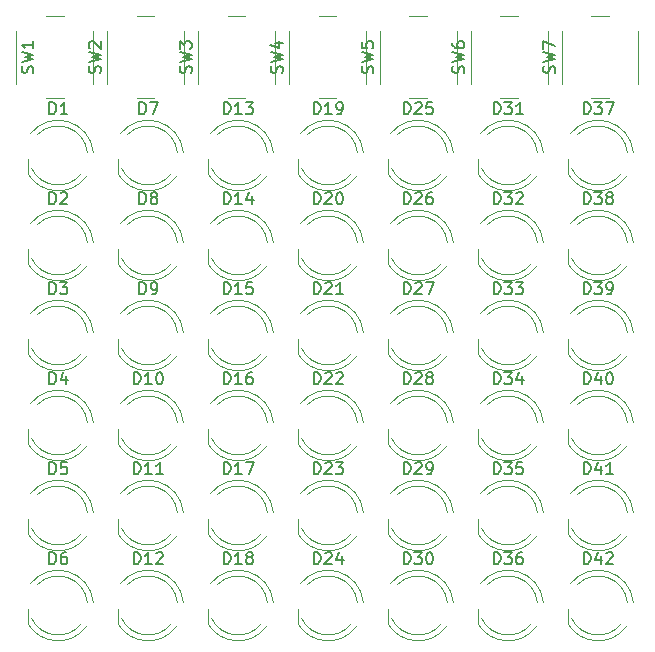
<source format=gbr>
G04 #@! TF.GenerationSoftware,KiCad,Pcbnew,(5.1.5)-3*
G04 #@! TF.CreationDate,2020-03-12T17:28:53-04:00*
G04 #@! TF.ProjectId,PCB,5043422e-6b69-4636-9164-5f7063625858,rev?*
G04 #@! TF.SameCoordinates,Original*
G04 #@! TF.FileFunction,Legend,Top*
G04 #@! TF.FilePolarity,Positive*
%FSLAX46Y46*%
G04 Gerber Fmt 4.6, Leading zero omitted, Abs format (unit mm)*
G04 Created by KiCad (PCBNEW (5.1.5)-3) date 2020-03-12 17:28:53*
%MOMM*%
%LPD*%
G04 APERTURE LIST*
%ADD10C,0.120000*%
%ADD11C,0.150000*%
G04 APERTURE END LIST*
D10*
X239673000Y-52940000D02*
X238173000Y-52940000D01*
X235673000Y-54190000D02*
X235673000Y-58690000D01*
X238173000Y-59940000D02*
X239673000Y-59940000D01*
X242173000Y-58690000D02*
X242173000Y-54190000D01*
X231977500Y-52940000D02*
X230477500Y-52940000D01*
X227977500Y-54190000D02*
X227977500Y-58690000D01*
X230477500Y-59940000D02*
X231977500Y-59940000D01*
X234477500Y-58690000D02*
X234477500Y-54190000D01*
X224282000Y-52940000D02*
X222782000Y-52940000D01*
X220282000Y-54190000D02*
X220282000Y-58690000D01*
X222782000Y-59940000D02*
X224282000Y-59940000D01*
X226782000Y-58690000D02*
X226782000Y-54190000D01*
X216586500Y-52940000D02*
X215086500Y-52940000D01*
X212586500Y-54190000D02*
X212586500Y-58690000D01*
X215086500Y-59940000D02*
X216586500Y-59940000D01*
X219086500Y-58690000D02*
X219086500Y-54190000D01*
X208891000Y-52940000D02*
X207391000Y-52940000D01*
X204891000Y-54190000D02*
X204891000Y-58690000D01*
X207391000Y-59940000D02*
X208891000Y-59940000D01*
X211391000Y-58690000D02*
X211391000Y-54190000D01*
X201195500Y-52940000D02*
X199695500Y-52940000D01*
X197195500Y-54190000D02*
X197195500Y-58690000D01*
X199695500Y-59940000D02*
X201195500Y-59940000D01*
X203695500Y-58690000D02*
X203695500Y-54190000D01*
X193500000Y-52940000D02*
X192000000Y-52940000D01*
X189500000Y-54190000D02*
X189500000Y-58690000D01*
X192000000Y-59940000D02*
X193500000Y-59940000D01*
X196000000Y-58690000D02*
X196000000Y-54190000D01*
X210760090Y-102583579D02*
G75*
G03X206527401Y-101092001I-2480090J-286421D01*
G01*
X211256836Y-102611784D02*
G75*
G03X205895000Y-101070000I-2976836J-258216D01*
G01*
X210671334Y-104664887D02*
G75*
G02X205720000Y-104414830I-2391334J1794887D01*
G01*
X210239086Y-104423056D02*
G75*
G02X206025316Y-103950000I-1959086J1553056D01*
G01*
X205720000Y-103169188D02*
X205720000Y-104415000D01*
X241240090Y-102583579D02*
G75*
G03X237007401Y-101092001I-2480090J-286421D01*
G01*
X241736836Y-102611784D02*
G75*
G03X236375000Y-101070000I-2976836J-258216D01*
G01*
X241151334Y-104664887D02*
G75*
G02X236200000Y-104414830I-2391334J1794887D01*
G01*
X240719086Y-104423056D02*
G75*
G02X236505316Y-103950000I-1959086J1553056D01*
G01*
X236200000Y-103169188D02*
X236200000Y-104415000D01*
X233620090Y-102583579D02*
G75*
G03X229387401Y-101092001I-2480090J-286421D01*
G01*
X234116836Y-102611784D02*
G75*
G03X228755000Y-101070000I-2976836J-258216D01*
G01*
X233531334Y-104664887D02*
G75*
G02X228580000Y-104414830I-2391334J1794887D01*
G01*
X233099086Y-104423056D02*
G75*
G02X228885316Y-103950000I-1959086J1553056D01*
G01*
X228580000Y-103169188D02*
X228580000Y-104415000D01*
X226000090Y-102583579D02*
G75*
G03X221767401Y-101092001I-2480090J-286421D01*
G01*
X226496836Y-102611784D02*
G75*
G03X221135000Y-101070000I-2976836J-258216D01*
G01*
X225911334Y-104664887D02*
G75*
G02X220960000Y-104414830I-2391334J1794887D01*
G01*
X225479086Y-104423056D02*
G75*
G02X221265316Y-103950000I-1959086J1553056D01*
G01*
X220960000Y-103169188D02*
X220960000Y-104415000D01*
X218380090Y-102583579D02*
G75*
G03X214147401Y-101092001I-2480090J-286421D01*
G01*
X218876836Y-102611784D02*
G75*
G03X213515000Y-101070000I-2976836J-258216D01*
G01*
X218291334Y-104664887D02*
G75*
G02X213340000Y-104414830I-2391334J1794887D01*
G01*
X217859086Y-104423056D02*
G75*
G02X213645316Y-103950000I-1959086J1553056D01*
G01*
X213340000Y-103169188D02*
X213340000Y-104415000D01*
X203140090Y-102583579D02*
G75*
G03X198907401Y-101092001I-2480090J-286421D01*
G01*
X203636836Y-102611784D02*
G75*
G03X198275000Y-101070000I-2976836J-258216D01*
G01*
X203051334Y-104664887D02*
G75*
G02X198100000Y-104414830I-2391334J1794887D01*
G01*
X202619086Y-104423056D02*
G75*
G02X198405316Y-103950000I-1959086J1553056D01*
G01*
X198100000Y-103169188D02*
X198100000Y-104415000D01*
X195520090Y-102583579D02*
G75*
G03X191287401Y-101092001I-2480090J-286421D01*
G01*
X196016836Y-102611784D02*
G75*
G03X190655000Y-101070000I-2976836J-258216D01*
G01*
X195431334Y-104664887D02*
G75*
G02X190480000Y-104414830I-2391334J1794887D01*
G01*
X194999086Y-104423056D02*
G75*
G02X190785316Y-103950000I-1959086J1553056D01*
G01*
X190480000Y-103169188D02*
X190480000Y-104415000D01*
X241240090Y-94963579D02*
G75*
G03X237007401Y-93472001I-2480090J-286421D01*
G01*
X241736836Y-94991784D02*
G75*
G03X236375000Y-93450000I-2976836J-258216D01*
G01*
X241151334Y-97044887D02*
G75*
G02X236200000Y-96794830I-2391334J1794887D01*
G01*
X240719086Y-96803056D02*
G75*
G02X236505316Y-96330000I-1959086J1553056D01*
G01*
X236200000Y-95549188D02*
X236200000Y-96795000D01*
X233620090Y-94963579D02*
G75*
G03X229387401Y-93472001I-2480090J-286421D01*
G01*
X234116836Y-94991784D02*
G75*
G03X228755000Y-93450000I-2976836J-258216D01*
G01*
X233531334Y-97044887D02*
G75*
G02X228580000Y-96794830I-2391334J1794887D01*
G01*
X233099086Y-96803056D02*
G75*
G02X228885316Y-96330000I-1959086J1553056D01*
G01*
X228580000Y-95549188D02*
X228580000Y-96795000D01*
X226000090Y-94963579D02*
G75*
G03X221767401Y-93472001I-2480090J-286421D01*
G01*
X226496836Y-94991784D02*
G75*
G03X221135000Y-93450000I-2976836J-258216D01*
G01*
X225911334Y-97044887D02*
G75*
G02X220960000Y-96794830I-2391334J1794887D01*
G01*
X225479086Y-96803056D02*
G75*
G02X221265316Y-96330000I-1959086J1553056D01*
G01*
X220960000Y-95549188D02*
X220960000Y-96795000D01*
X218380090Y-94963579D02*
G75*
G03X214147401Y-93472001I-2480090J-286421D01*
G01*
X218876836Y-94991784D02*
G75*
G03X213515000Y-93450000I-2976836J-258216D01*
G01*
X218291334Y-97044887D02*
G75*
G02X213340000Y-96794830I-2391334J1794887D01*
G01*
X217859086Y-96803056D02*
G75*
G02X213645316Y-96330000I-1959086J1553056D01*
G01*
X213340000Y-95549188D02*
X213340000Y-96795000D01*
X210760090Y-94963579D02*
G75*
G03X206527401Y-93472001I-2480090J-286421D01*
G01*
X211256836Y-94991784D02*
G75*
G03X205895000Y-93450000I-2976836J-258216D01*
G01*
X210671334Y-97044887D02*
G75*
G02X205720000Y-96794830I-2391334J1794887D01*
G01*
X210239086Y-96803056D02*
G75*
G02X206025316Y-96330000I-1959086J1553056D01*
G01*
X205720000Y-95549188D02*
X205720000Y-96795000D01*
X203140090Y-94963579D02*
G75*
G03X198907401Y-93472001I-2480090J-286421D01*
G01*
X203636836Y-94991784D02*
G75*
G03X198275000Y-93450000I-2976836J-258216D01*
G01*
X203051334Y-97044887D02*
G75*
G02X198100000Y-96794830I-2391334J1794887D01*
G01*
X202619086Y-96803056D02*
G75*
G02X198405316Y-96330000I-1959086J1553056D01*
G01*
X198100000Y-95549188D02*
X198100000Y-96795000D01*
X195520090Y-94963579D02*
G75*
G03X191287401Y-93472001I-2480090J-286421D01*
G01*
X196016836Y-94991784D02*
G75*
G03X190655000Y-93450000I-2976836J-258216D01*
G01*
X195431334Y-97044887D02*
G75*
G02X190480000Y-96794830I-2391334J1794887D01*
G01*
X194999086Y-96803056D02*
G75*
G02X190785316Y-96330000I-1959086J1553056D01*
G01*
X190480000Y-95549188D02*
X190480000Y-96795000D01*
X241240090Y-87343579D02*
G75*
G03X237007401Y-85852001I-2480090J-286421D01*
G01*
X241736836Y-87371784D02*
G75*
G03X236375000Y-85830000I-2976836J-258216D01*
G01*
X241151334Y-89424887D02*
G75*
G02X236200000Y-89174830I-2391334J1794887D01*
G01*
X240719086Y-89183056D02*
G75*
G02X236505316Y-88710000I-1959086J1553056D01*
G01*
X236200000Y-87929188D02*
X236200000Y-89175000D01*
X233620090Y-87343579D02*
G75*
G03X229387401Y-85852001I-2480090J-286421D01*
G01*
X234116836Y-87371784D02*
G75*
G03X228755000Y-85830000I-2976836J-258216D01*
G01*
X233531334Y-89424887D02*
G75*
G02X228580000Y-89174830I-2391334J1794887D01*
G01*
X233099086Y-89183056D02*
G75*
G02X228885316Y-88710000I-1959086J1553056D01*
G01*
X228580000Y-87929188D02*
X228580000Y-89175000D01*
X226000090Y-87343579D02*
G75*
G03X221767401Y-85852001I-2480090J-286421D01*
G01*
X226496836Y-87371784D02*
G75*
G03X221135000Y-85830000I-2976836J-258216D01*
G01*
X225911334Y-89424887D02*
G75*
G02X220960000Y-89174830I-2391334J1794887D01*
G01*
X225479086Y-89183056D02*
G75*
G02X221265316Y-88710000I-1959086J1553056D01*
G01*
X220960000Y-87929188D02*
X220960000Y-89175000D01*
X218380090Y-87343579D02*
G75*
G03X214147401Y-85852001I-2480090J-286421D01*
G01*
X218876836Y-87371784D02*
G75*
G03X213515000Y-85830000I-2976836J-258216D01*
G01*
X218291334Y-89424887D02*
G75*
G02X213340000Y-89174830I-2391334J1794887D01*
G01*
X217859086Y-89183056D02*
G75*
G02X213645316Y-88710000I-1959086J1553056D01*
G01*
X213340000Y-87929188D02*
X213340000Y-89175000D01*
X210760090Y-87343579D02*
G75*
G03X206527401Y-85852001I-2480090J-286421D01*
G01*
X211256836Y-87371784D02*
G75*
G03X205895000Y-85830000I-2976836J-258216D01*
G01*
X210671334Y-89424887D02*
G75*
G02X205720000Y-89174830I-2391334J1794887D01*
G01*
X210239086Y-89183056D02*
G75*
G02X206025316Y-88710000I-1959086J1553056D01*
G01*
X205720000Y-87929188D02*
X205720000Y-89175000D01*
X203140090Y-87343579D02*
G75*
G03X198907401Y-85852001I-2480090J-286421D01*
G01*
X203636836Y-87371784D02*
G75*
G03X198275000Y-85830000I-2976836J-258216D01*
G01*
X203051334Y-89424887D02*
G75*
G02X198100000Y-89174830I-2391334J1794887D01*
G01*
X202619086Y-89183056D02*
G75*
G02X198405316Y-88710000I-1959086J1553056D01*
G01*
X198100000Y-87929188D02*
X198100000Y-89175000D01*
X195520090Y-87343579D02*
G75*
G03X191287401Y-85852001I-2480090J-286421D01*
G01*
X196016836Y-87371784D02*
G75*
G03X190655000Y-85830000I-2976836J-258216D01*
G01*
X195431334Y-89424887D02*
G75*
G02X190480000Y-89174830I-2391334J1794887D01*
G01*
X194999086Y-89183056D02*
G75*
G02X190785316Y-88710000I-1959086J1553056D01*
G01*
X190480000Y-87929188D02*
X190480000Y-89175000D01*
X241240090Y-79723579D02*
G75*
G03X237007401Y-78232001I-2480090J-286421D01*
G01*
X241736836Y-79751784D02*
G75*
G03X236375000Y-78210000I-2976836J-258216D01*
G01*
X241151334Y-81804887D02*
G75*
G02X236200000Y-81554830I-2391334J1794887D01*
G01*
X240719086Y-81563056D02*
G75*
G02X236505316Y-81090000I-1959086J1553056D01*
G01*
X236200000Y-80309188D02*
X236200000Y-81555000D01*
X233620090Y-79723579D02*
G75*
G03X229387401Y-78232001I-2480090J-286421D01*
G01*
X234116836Y-79751784D02*
G75*
G03X228755000Y-78210000I-2976836J-258216D01*
G01*
X233531334Y-81804887D02*
G75*
G02X228580000Y-81554830I-2391334J1794887D01*
G01*
X233099086Y-81563056D02*
G75*
G02X228885316Y-81090000I-1959086J1553056D01*
G01*
X228580000Y-80309188D02*
X228580000Y-81555000D01*
X226000090Y-79723579D02*
G75*
G03X221767401Y-78232001I-2480090J-286421D01*
G01*
X226496836Y-79751784D02*
G75*
G03X221135000Y-78210000I-2976836J-258216D01*
G01*
X225911334Y-81804887D02*
G75*
G02X220960000Y-81554830I-2391334J1794887D01*
G01*
X225479086Y-81563056D02*
G75*
G02X221265316Y-81090000I-1959086J1553056D01*
G01*
X220960000Y-80309188D02*
X220960000Y-81555000D01*
X218380090Y-79723579D02*
G75*
G03X214147401Y-78232001I-2480090J-286421D01*
G01*
X218876836Y-79751784D02*
G75*
G03X213515000Y-78210000I-2976836J-258216D01*
G01*
X218291334Y-81804887D02*
G75*
G02X213340000Y-81554830I-2391334J1794887D01*
G01*
X217859086Y-81563056D02*
G75*
G02X213645316Y-81090000I-1959086J1553056D01*
G01*
X213340000Y-80309188D02*
X213340000Y-81555000D01*
X210760090Y-79723579D02*
G75*
G03X206527401Y-78232001I-2480090J-286421D01*
G01*
X211256836Y-79751784D02*
G75*
G03X205895000Y-78210000I-2976836J-258216D01*
G01*
X210671334Y-81804887D02*
G75*
G02X205720000Y-81554830I-2391334J1794887D01*
G01*
X210239086Y-81563056D02*
G75*
G02X206025316Y-81090000I-1959086J1553056D01*
G01*
X205720000Y-80309188D02*
X205720000Y-81555000D01*
X203140090Y-79723579D02*
G75*
G03X198907401Y-78232001I-2480090J-286421D01*
G01*
X203636836Y-79751784D02*
G75*
G03X198275000Y-78210000I-2976836J-258216D01*
G01*
X203051334Y-81804887D02*
G75*
G02X198100000Y-81554830I-2391334J1794887D01*
G01*
X202619086Y-81563056D02*
G75*
G02X198405316Y-81090000I-1959086J1553056D01*
G01*
X198100000Y-80309188D02*
X198100000Y-81555000D01*
X195520090Y-79723579D02*
G75*
G03X191287401Y-78232001I-2480090J-286421D01*
G01*
X196016836Y-79751784D02*
G75*
G03X190655000Y-78210000I-2976836J-258216D01*
G01*
X195431334Y-81804887D02*
G75*
G02X190480000Y-81554830I-2391334J1794887D01*
G01*
X194999086Y-81563056D02*
G75*
G02X190785316Y-81090000I-1959086J1553056D01*
G01*
X190480000Y-80309188D02*
X190480000Y-81555000D01*
X241240090Y-72103579D02*
G75*
G03X237007401Y-70612001I-2480090J-286421D01*
G01*
X241736836Y-72131784D02*
G75*
G03X236375000Y-70590000I-2976836J-258216D01*
G01*
X241151334Y-74184887D02*
G75*
G02X236200000Y-73934830I-2391334J1794887D01*
G01*
X240719086Y-73943056D02*
G75*
G02X236505316Y-73470000I-1959086J1553056D01*
G01*
X236200000Y-72689188D02*
X236200000Y-73935000D01*
X233620090Y-72103579D02*
G75*
G03X229387401Y-70612001I-2480090J-286421D01*
G01*
X234116836Y-72131784D02*
G75*
G03X228755000Y-70590000I-2976836J-258216D01*
G01*
X233531334Y-74184887D02*
G75*
G02X228580000Y-73934830I-2391334J1794887D01*
G01*
X233099086Y-73943056D02*
G75*
G02X228885316Y-73470000I-1959086J1553056D01*
G01*
X228580000Y-72689188D02*
X228580000Y-73935000D01*
X226000090Y-72103579D02*
G75*
G03X221767401Y-70612001I-2480090J-286421D01*
G01*
X226496836Y-72131784D02*
G75*
G03X221135000Y-70590000I-2976836J-258216D01*
G01*
X225911334Y-74184887D02*
G75*
G02X220960000Y-73934830I-2391334J1794887D01*
G01*
X225479086Y-73943056D02*
G75*
G02X221265316Y-73470000I-1959086J1553056D01*
G01*
X220960000Y-72689188D02*
X220960000Y-73935000D01*
X218380090Y-72103579D02*
G75*
G03X214147401Y-70612001I-2480090J-286421D01*
G01*
X218876836Y-72131784D02*
G75*
G03X213515000Y-70590000I-2976836J-258216D01*
G01*
X218291334Y-74184887D02*
G75*
G02X213340000Y-73934830I-2391334J1794887D01*
G01*
X217859086Y-73943056D02*
G75*
G02X213645316Y-73470000I-1959086J1553056D01*
G01*
X213340000Y-72689188D02*
X213340000Y-73935000D01*
X210760090Y-72103579D02*
G75*
G03X206527401Y-70612001I-2480090J-286421D01*
G01*
X211256836Y-72131784D02*
G75*
G03X205895000Y-70590000I-2976836J-258216D01*
G01*
X210671334Y-74184887D02*
G75*
G02X205720000Y-73934830I-2391334J1794887D01*
G01*
X210239086Y-73943056D02*
G75*
G02X206025316Y-73470000I-1959086J1553056D01*
G01*
X205720000Y-72689188D02*
X205720000Y-73935000D01*
X203140090Y-72103579D02*
G75*
G03X198907401Y-70612001I-2480090J-286421D01*
G01*
X203636836Y-72131784D02*
G75*
G03X198275000Y-70590000I-2976836J-258216D01*
G01*
X203051334Y-74184887D02*
G75*
G02X198100000Y-73934830I-2391334J1794887D01*
G01*
X202619086Y-73943056D02*
G75*
G02X198405316Y-73470000I-1959086J1553056D01*
G01*
X198100000Y-72689188D02*
X198100000Y-73935000D01*
X195520090Y-72103579D02*
G75*
G03X191287401Y-70612001I-2480090J-286421D01*
G01*
X196016836Y-72131784D02*
G75*
G03X190655000Y-70590000I-2976836J-258216D01*
G01*
X195431334Y-74184887D02*
G75*
G02X190480000Y-73934830I-2391334J1794887D01*
G01*
X194999086Y-73943056D02*
G75*
G02X190785316Y-73470000I-1959086J1553056D01*
G01*
X190480000Y-72689188D02*
X190480000Y-73935000D01*
X241240090Y-64483579D02*
G75*
G03X237007401Y-62992001I-2480090J-286421D01*
G01*
X241736836Y-64511784D02*
G75*
G03X236375000Y-62970000I-2976836J-258216D01*
G01*
X241151334Y-66564887D02*
G75*
G02X236200000Y-66314830I-2391334J1794887D01*
G01*
X240719086Y-66323056D02*
G75*
G02X236505316Y-65850000I-1959086J1553056D01*
G01*
X236200000Y-65069188D02*
X236200000Y-66315000D01*
X233620090Y-64483579D02*
G75*
G03X229387401Y-62992001I-2480090J-286421D01*
G01*
X234116836Y-64511784D02*
G75*
G03X228755000Y-62970000I-2976836J-258216D01*
G01*
X233531334Y-66564887D02*
G75*
G02X228580000Y-66314830I-2391334J1794887D01*
G01*
X233099086Y-66323056D02*
G75*
G02X228885316Y-65850000I-1959086J1553056D01*
G01*
X228580000Y-65069188D02*
X228580000Y-66315000D01*
X226000090Y-64483579D02*
G75*
G03X221767401Y-62992001I-2480090J-286421D01*
G01*
X226496836Y-64511784D02*
G75*
G03X221135000Y-62970000I-2976836J-258216D01*
G01*
X225911334Y-66564887D02*
G75*
G02X220960000Y-66314830I-2391334J1794887D01*
G01*
X225479086Y-66323056D02*
G75*
G02X221265316Y-65850000I-1959086J1553056D01*
G01*
X220960000Y-65069188D02*
X220960000Y-66315000D01*
X218380090Y-64483579D02*
G75*
G03X214147401Y-62992001I-2480090J-286421D01*
G01*
X218876836Y-64511784D02*
G75*
G03X213515000Y-62970000I-2976836J-258216D01*
G01*
X218291334Y-66564887D02*
G75*
G02X213340000Y-66314830I-2391334J1794887D01*
G01*
X217859086Y-66323056D02*
G75*
G02X213645316Y-65850000I-1959086J1553056D01*
G01*
X213340000Y-65069188D02*
X213340000Y-66315000D01*
X210760090Y-64483579D02*
G75*
G03X206527401Y-62992001I-2480090J-286421D01*
G01*
X211256836Y-64511784D02*
G75*
G03X205895000Y-62970000I-2976836J-258216D01*
G01*
X210671334Y-66564887D02*
G75*
G02X205720000Y-66314830I-2391334J1794887D01*
G01*
X210239086Y-66323056D02*
G75*
G02X206025316Y-65850000I-1959086J1553056D01*
G01*
X205720000Y-65069188D02*
X205720000Y-66315000D01*
X203140090Y-64483579D02*
G75*
G03X198907401Y-62992001I-2480090J-286421D01*
G01*
X203636836Y-64511784D02*
G75*
G03X198275000Y-62970000I-2976836J-258216D01*
G01*
X203051334Y-66564887D02*
G75*
G02X198100000Y-66314830I-2391334J1794887D01*
G01*
X202619086Y-66323056D02*
G75*
G02X198405316Y-65850000I-1959086J1553056D01*
G01*
X198100000Y-65069188D02*
X198100000Y-66315000D01*
X195520090Y-64483579D02*
G75*
G03X191287401Y-62992001I-2480090J-286421D01*
G01*
X196016836Y-64511784D02*
G75*
G03X190655000Y-62970000I-2976836J-258216D01*
G01*
X195431334Y-66564887D02*
G75*
G02X190480000Y-66314830I-2391334J1794887D01*
G01*
X194999086Y-66323056D02*
G75*
G02X190785316Y-65850000I-1959086J1553056D01*
G01*
X190480000Y-65069188D02*
X190480000Y-66315000D01*
D11*
X235077761Y-57773333D02*
X235125380Y-57630476D01*
X235125380Y-57392380D01*
X235077761Y-57297142D01*
X235030142Y-57249523D01*
X234934904Y-57201904D01*
X234839666Y-57201904D01*
X234744428Y-57249523D01*
X234696809Y-57297142D01*
X234649190Y-57392380D01*
X234601571Y-57582857D01*
X234553952Y-57678095D01*
X234506333Y-57725714D01*
X234411095Y-57773333D01*
X234315857Y-57773333D01*
X234220619Y-57725714D01*
X234173000Y-57678095D01*
X234125380Y-57582857D01*
X234125380Y-57344761D01*
X234173000Y-57201904D01*
X234125380Y-56868571D02*
X235125380Y-56630476D01*
X234411095Y-56440000D01*
X235125380Y-56249523D01*
X234125380Y-56011428D01*
X234125380Y-55725714D02*
X234125380Y-55059047D01*
X235125380Y-55487619D01*
X227382261Y-57773333D02*
X227429880Y-57630476D01*
X227429880Y-57392380D01*
X227382261Y-57297142D01*
X227334642Y-57249523D01*
X227239404Y-57201904D01*
X227144166Y-57201904D01*
X227048928Y-57249523D01*
X227001309Y-57297142D01*
X226953690Y-57392380D01*
X226906071Y-57582857D01*
X226858452Y-57678095D01*
X226810833Y-57725714D01*
X226715595Y-57773333D01*
X226620357Y-57773333D01*
X226525119Y-57725714D01*
X226477500Y-57678095D01*
X226429880Y-57582857D01*
X226429880Y-57344761D01*
X226477500Y-57201904D01*
X226429880Y-56868571D02*
X227429880Y-56630476D01*
X226715595Y-56440000D01*
X227429880Y-56249523D01*
X226429880Y-56011428D01*
X226429880Y-55201904D02*
X226429880Y-55392380D01*
X226477500Y-55487619D01*
X226525119Y-55535238D01*
X226667976Y-55630476D01*
X226858452Y-55678095D01*
X227239404Y-55678095D01*
X227334642Y-55630476D01*
X227382261Y-55582857D01*
X227429880Y-55487619D01*
X227429880Y-55297142D01*
X227382261Y-55201904D01*
X227334642Y-55154285D01*
X227239404Y-55106666D01*
X227001309Y-55106666D01*
X226906071Y-55154285D01*
X226858452Y-55201904D01*
X226810833Y-55297142D01*
X226810833Y-55487619D01*
X226858452Y-55582857D01*
X226906071Y-55630476D01*
X227001309Y-55678095D01*
X219686761Y-57773333D02*
X219734380Y-57630476D01*
X219734380Y-57392380D01*
X219686761Y-57297142D01*
X219639142Y-57249523D01*
X219543904Y-57201904D01*
X219448666Y-57201904D01*
X219353428Y-57249523D01*
X219305809Y-57297142D01*
X219258190Y-57392380D01*
X219210571Y-57582857D01*
X219162952Y-57678095D01*
X219115333Y-57725714D01*
X219020095Y-57773333D01*
X218924857Y-57773333D01*
X218829619Y-57725714D01*
X218782000Y-57678095D01*
X218734380Y-57582857D01*
X218734380Y-57344761D01*
X218782000Y-57201904D01*
X218734380Y-56868571D02*
X219734380Y-56630476D01*
X219020095Y-56440000D01*
X219734380Y-56249523D01*
X218734380Y-56011428D01*
X218734380Y-55154285D02*
X218734380Y-55630476D01*
X219210571Y-55678095D01*
X219162952Y-55630476D01*
X219115333Y-55535238D01*
X219115333Y-55297142D01*
X219162952Y-55201904D01*
X219210571Y-55154285D01*
X219305809Y-55106666D01*
X219543904Y-55106666D01*
X219639142Y-55154285D01*
X219686761Y-55201904D01*
X219734380Y-55297142D01*
X219734380Y-55535238D01*
X219686761Y-55630476D01*
X219639142Y-55678095D01*
X211991261Y-57773333D02*
X212038880Y-57630476D01*
X212038880Y-57392380D01*
X211991261Y-57297142D01*
X211943642Y-57249523D01*
X211848404Y-57201904D01*
X211753166Y-57201904D01*
X211657928Y-57249523D01*
X211610309Y-57297142D01*
X211562690Y-57392380D01*
X211515071Y-57582857D01*
X211467452Y-57678095D01*
X211419833Y-57725714D01*
X211324595Y-57773333D01*
X211229357Y-57773333D01*
X211134119Y-57725714D01*
X211086500Y-57678095D01*
X211038880Y-57582857D01*
X211038880Y-57344761D01*
X211086500Y-57201904D01*
X211038880Y-56868571D02*
X212038880Y-56630476D01*
X211324595Y-56440000D01*
X212038880Y-56249523D01*
X211038880Y-56011428D01*
X211372214Y-55201904D02*
X212038880Y-55201904D01*
X210991261Y-55440000D02*
X211705547Y-55678095D01*
X211705547Y-55059047D01*
X204295761Y-57773333D02*
X204343380Y-57630476D01*
X204343380Y-57392380D01*
X204295761Y-57297142D01*
X204248142Y-57249523D01*
X204152904Y-57201904D01*
X204057666Y-57201904D01*
X203962428Y-57249523D01*
X203914809Y-57297142D01*
X203867190Y-57392380D01*
X203819571Y-57582857D01*
X203771952Y-57678095D01*
X203724333Y-57725714D01*
X203629095Y-57773333D01*
X203533857Y-57773333D01*
X203438619Y-57725714D01*
X203391000Y-57678095D01*
X203343380Y-57582857D01*
X203343380Y-57344761D01*
X203391000Y-57201904D01*
X203343380Y-56868571D02*
X204343380Y-56630476D01*
X203629095Y-56440000D01*
X204343380Y-56249523D01*
X203343380Y-56011428D01*
X203343380Y-55725714D02*
X203343380Y-55106666D01*
X203724333Y-55440000D01*
X203724333Y-55297142D01*
X203771952Y-55201904D01*
X203819571Y-55154285D01*
X203914809Y-55106666D01*
X204152904Y-55106666D01*
X204248142Y-55154285D01*
X204295761Y-55201904D01*
X204343380Y-55297142D01*
X204343380Y-55582857D01*
X204295761Y-55678095D01*
X204248142Y-55725714D01*
X196600261Y-57773333D02*
X196647880Y-57630476D01*
X196647880Y-57392380D01*
X196600261Y-57297142D01*
X196552642Y-57249523D01*
X196457404Y-57201904D01*
X196362166Y-57201904D01*
X196266928Y-57249523D01*
X196219309Y-57297142D01*
X196171690Y-57392380D01*
X196124071Y-57582857D01*
X196076452Y-57678095D01*
X196028833Y-57725714D01*
X195933595Y-57773333D01*
X195838357Y-57773333D01*
X195743119Y-57725714D01*
X195695500Y-57678095D01*
X195647880Y-57582857D01*
X195647880Y-57344761D01*
X195695500Y-57201904D01*
X195647880Y-56868571D02*
X196647880Y-56630476D01*
X195933595Y-56440000D01*
X196647880Y-56249523D01*
X195647880Y-56011428D01*
X195743119Y-55678095D02*
X195695500Y-55630476D01*
X195647880Y-55535238D01*
X195647880Y-55297142D01*
X195695500Y-55201904D01*
X195743119Y-55154285D01*
X195838357Y-55106666D01*
X195933595Y-55106666D01*
X196076452Y-55154285D01*
X196647880Y-55725714D01*
X196647880Y-55106666D01*
X190904761Y-57773333D02*
X190952380Y-57630476D01*
X190952380Y-57392380D01*
X190904761Y-57297142D01*
X190857142Y-57249523D01*
X190761904Y-57201904D01*
X190666666Y-57201904D01*
X190571428Y-57249523D01*
X190523809Y-57297142D01*
X190476190Y-57392380D01*
X190428571Y-57582857D01*
X190380952Y-57678095D01*
X190333333Y-57725714D01*
X190238095Y-57773333D01*
X190142857Y-57773333D01*
X190047619Y-57725714D01*
X190000000Y-57678095D01*
X189952380Y-57582857D01*
X189952380Y-57344761D01*
X190000000Y-57201904D01*
X189952380Y-56868571D02*
X190952380Y-56630476D01*
X190238095Y-56440000D01*
X190952380Y-56249523D01*
X189952380Y-56011428D01*
X190952380Y-55106666D02*
X190952380Y-55678095D01*
X190952380Y-55392380D02*
X189952380Y-55392380D01*
X190095238Y-55487619D01*
X190190476Y-55582857D01*
X190238095Y-55678095D01*
X207065714Y-99362380D02*
X207065714Y-98362380D01*
X207303809Y-98362380D01*
X207446666Y-98410000D01*
X207541904Y-98505238D01*
X207589523Y-98600476D01*
X207637142Y-98790952D01*
X207637142Y-98933809D01*
X207589523Y-99124285D01*
X207541904Y-99219523D01*
X207446666Y-99314761D01*
X207303809Y-99362380D01*
X207065714Y-99362380D01*
X208589523Y-99362380D02*
X208018095Y-99362380D01*
X208303809Y-99362380D02*
X208303809Y-98362380D01*
X208208571Y-98505238D01*
X208113333Y-98600476D01*
X208018095Y-98648095D01*
X209160952Y-98790952D02*
X209065714Y-98743333D01*
X209018095Y-98695714D01*
X208970476Y-98600476D01*
X208970476Y-98552857D01*
X209018095Y-98457619D01*
X209065714Y-98410000D01*
X209160952Y-98362380D01*
X209351428Y-98362380D01*
X209446666Y-98410000D01*
X209494285Y-98457619D01*
X209541904Y-98552857D01*
X209541904Y-98600476D01*
X209494285Y-98695714D01*
X209446666Y-98743333D01*
X209351428Y-98790952D01*
X209160952Y-98790952D01*
X209065714Y-98838571D01*
X209018095Y-98886190D01*
X208970476Y-98981428D01*
X208970476Y-99171904D01*
X209018095Y-99267142D01*
X209065714Y-99314761D01*
X209160952Y-99362380D01*
X209351428Y-99362380D01*
X209446666Y-99314761D01*
X209494285Y-99267142D01*
X209541904Y-99171904D01*
X209541904Y-98981428D01*
X209494285Y-98886190D01*
X209446666Y-98838571D01*
X209351428Y-98790952D01*
X237545714Y-99362380D02*
X237545714Y-98362380D01*
X237783809Y-98362380D01*
X237926666Y-98410000D01*
X238021904Y-98505238D01*
X238069523Y-98600476D01*
X238117142Y-98790952D01*
X238117142Y-98933809D01*
X238069523Y-99124285D01*
X238021904Y-99219523D01*
X237926666Y-99314761D01*
X237783809Y-99362380D01*
X237545714Y-99362380D01*
X238974285Y-98695714D02*
X238974285Y-99362380D01*
X238736190Y-98314761D02*
X238498095Y-99029047D01*
X239117142Y-99029047D01*
X239450476Y-98457619D02*
X239498095Y-98410000D01*
X239593333Y-98362380D01*
X239831428Y-98362380D01*
X239926666Y-98410000D01*
X239974285Y-98457619D01*
X240021904Y-98552857D01*
X240021904Y-98648095D01*
X239974285Y-98790952D01*
X239402857Y-99362380D01*
X240021904Y-99362380D01*
X229925714Y-99362380D02*
X229925714Y-98362380D01*
X230163809Y-98362380D01*
X230306666Y-98410000D01*
X230401904Y-98505238D01*
X230449523Y-98600476D01*
X230497142Y-98790952D01*
X230497142Y-98933809D01*
X230449523Y-99124285D01*
X230401904Y-99219523D01*
X230306666Y-99314761D01*
X230163809Y-99362380D01*
X229925714Y-99362380D01*
X230830476Y-98362380D02*
X231449523Y-98362380D01*
X231116190Y-98743333D01*
X231259047Y-98743333D01*
X231354285Y-98790952D01*
X231401904Y-98838571D01*
X231449523Y-98933809D01*
X231449523Y-99171904D01*
X231401904Y-99267142D01*
X231354285Y-99314761D01*
X231259047Y-99362380D01*
X230973333Y-99362380D01*
X230878095Y-99314761D01*
X230830476Y-99267142D01*
X232306666Y-98362380D02*
X232116190Y-98362380D01*
X232020952Y-98410000D01*
X231973333Y-98457619D01*
X231878095Y-98600476D01*
X231830476Y-98790952D01*
X231830476Y-99171904D01*
X231878095Y-99267142D01*
X231925714Y-99314761D01*
X232020952Y-99362380D01*
X232211428Y-99362380D01*
X232306666Y-99314761D01*
X232354285Y-99267142D01*
X232401904Y-99171904D01*
X232401904Y-98933809D01*
X232354285Y-98838571D01*
X232306666Y-98790952D01*
X232211428Y-98743333D01*
X232020952Y-98743333D01*
X231925714Y-98790952D01*
X231878095Y-98838571D01*
X231830476Y-98933809D01*
X222305714Y-99362380D02*
X222305714Y-98362380D01*
X222543809Y-98362380D01*
X222686666Y-98410000D01*
X222781904Y-98505238D01*
X222829523Y-98600476D01*
X222877142Y-98790952D01*
X222877142Y-98933809D01*
X222829523Y-99124285D01*
X222781904Y-99219523D01*
X222686666Y-99314761D01*
X222543809Y-99362380D01*
X222305714Y-99362380D01*
X223210476Y-98362380D02*
X223829523Y-98362380D01*
X223496190Y-98743333D01*
X223639047Y-98743333D01*
X223734285Y-98790952D01*
X223781904Y-98838571D01*
X223829523Y-98933809D01*
X223829523Y-99171904D01*
X223781904Y-99267142D01*
X223734285Y-99314761D01*
X223639047Y-99362380D01*
X223353333Y-99362380D01*
X223258095Y-99314761D01*
X223210476Y-99267142D01*
X224448571Y-98362380D02*
X224543809Y-98362380D01*
X224639047Y-98410000D01*
X224686666Y-98457619D01*
X224734285Y-98552857D01*
X224781904Y-98743333D01*
X224781904Y-98981428D01*
X224734285Y-99171904D01*
X224686666Y-99267142D01*
X224639047Y-99314761D01*
X224543809Y-99362380D01*
X224448571Y-99362380D01*
X224353333Y-99314761D01*
X224305714Y-99267142D01*
X224258095Y-99171904D01*
X224210476Y-98981428D01*
X224210476Y-98743333D01*
X224258095Y-98552857D01*
X224305714Y-98457619D01*
X224353333Y-98410000D01*
X224448571Y-98362380D01*
X214685714Y-99362380D02*
X214685714Y-98362380D01*
X214923809Y-98362380D01*
X215066666Y-98410000D01*
X215161904Y-98505238D01*
X215209523Y-98600476D01*
X215257142Y-98790952D01*
X215257142Y-98933809D01*
X215209523Y-99124285D01*
X215161904Y-99219523D01*
X215066666Y-99314761D01*
X214923809Y-99362380D01*
X214685714Y-99362380D01*
X215638095Y-98457619D02*
X215685714Y-98410000D01*
X215780952Y-98362380D01*
X216019047Y-98362380D01*
X216114285Y-98410000D01*
X216161904Y-98457619D01*
X216209523Y-98552857D01*
X216209523Y-98648095D01*
X216161904Y-98790952D01*
X215590476Y-99362380D01*
X216209523Y-99362380D01*
X217066666Y-98695714D02*
X217066666Y-99362380D01*
X216828571Y-98314761D02*
X216590476Y-99029047D01*
X217209523Y-99029047D01*
X199445714Y-99362380D02*
X199445714Y-98362380D01*
X199683809Y-98362380D01*
X199826666Y-98410000D01*
X199921904Y-98505238D01*
X199969523Y-98600476D01*
X200017142Y-98790952D01*
X200017142Y-98933809D01*
X199969523Y-99124285D01*
X199921904Y-99219523D01*
X199826666Y-99314761D01*
X199683809Y-99362380D01*
X199445714Y-99362380D01*
X200969523Y-99362380D02*
X200398095Y-99362380D01*
X200683809Y-99362380D02*
X200683809Y-98362380D01*
X200588571Y-98505238D01*
X200493333Y-98600476D01*
X200398095Y-98648095D01*
X201350476Y-98457619D02*
X201398095Y-98410000D01*
X201493333Y-98362380D01*
X201731428Y-98362380D01*
X201826666Y-98410000D01*
X201874285Y-98457619D01*
X201921904Y-98552857D01*
X201921904Y-98648095D01*
X201874285Y-98790952D01*
X201302857Y-99362380D01*
X201921904Y-99362380D01*
X192301904Y-99362380D02*
X192301904Y-98362380D01*
X192540000Y-98362380D01*
X192682857Y-98410000D01*
X192778095Y-98505238D01*
X192825714Y-98600476D01*
X192873333Y-98790952D01*
X192873333Y-98933809D01*
X192825714Y-99124285D01*
X192778095Y-99219523D01*
X192682857Y-99314761D01*
X192540000Y-99362380D01*
X192301904Y-99362380D01*
X193730476Y-98362380D02*
X193540000Y-98362380D01*
X193444761Y-98410000D01*
X193397142Y-98457619D01*
X193301904Y-98600476D01*
X193254285Y-98790952D01*
X193254285Y-99171904D01*
X193301904Y-99267142D01*
X193349523Y-99314761D01*
X193444761Y-99362380D01*
X193635238Y-99362380D01*
X193730476Y-99314761D01*
X193778095Y-99267142D01*
X193825714Y-99171904D01*
X193825714Y-98933809D01*
X193778095Y-98838571D01*
X193730476Y-98790952D01*
X193635238Y-98743333D01*
X193444761Y-98743333D01*
X193349523Y-98790952D01*
X193301904Y-98838571D01*
X193254285Y-98933809D01*
X237545714Y-91742380D02*
X237545714Y-90742380D01*
X237783809Y-90742380D01*
X237926666Y-90790000D01*
X238021904Y-90885238D01*
X238069523Y-90980476D01*
X238117142Y-91170952D01*
X238117142Y-91313809D01*
X238069523Y-91504285D01*
X238021904Y-91599523D01*
X237926666Y-91694761D01*
X237783809Y-91742380D01*
X237545714Y-91742380D01*
X238974285Y-91075714D02*
X238974285Y-91742380D01*
X238736190Y-90694761D02*
X238498095Y-91409047D01*
X239117142Y-91409047D01*
X240021904Y-91742380D02*
X239450476Y-91742380D01*
X239736190Y-91742380D02*
X239736190Y-90742380D01*
X239640952Y-90885238D01*
X239545714Y-90980476D01*
X239450476Y-91028095D01*
X229925714Y-91742380D02*
X229925714Y-90742380D01*
X230163809Y-90742380D01*
X230306666Y-90790000D01*
X230401904Y-90885238D01*
X230449523Y-90980476D01*
X230497142Y-91170952D01*
X230497142Y-91313809D01*
X230449523Y-91504285D01*
X230401904Y-91599523D01*
X230306666Y-91694761D01*
X230163809Y-91742380D01*
X229925714Y-91742380D01*
X230830476Y-90742380D02*
X231449523Y-90742380D01*
X231116190Y-91123333D01*
X231259047Y-91123333D01*
X231354285Y-91170952D01*
X231401904Y-91218571D01*
X231449523Y-91313809D01*
X231449523Y-91551904D01*
X231401904Y-91647142D01*
X231354285Y-91694761D01*
X231259047Y-91742380D01*
X230973333Y-91742380D01*
X230878095Y-91694761D01*
X230830476Y-91647142D01*
X232354285Y-90742380D02*
X231878095Y-90742380D01*
X231830476Y-91218571D01*
X231878095Y-91170952D01*
X231973333Y-91123333D01*
X232211428Y-91123333D01*
X232306666Y-91170952D01*
X232354285Y-91218571D01*
X232401904Y-91313809D01*
X232401904Y-91551904D01*
X232354285Y-91647142D01*
X232306666Y-91694761D01*
X232211428Y-91742380D01*
X231973333Y-91742380D01*
X231878095Y-91694761D01*
X231830476Y-91647142D01*
X222305714Y-91742380D02*
X222305714Y-90742380D01*
X222543809Y-90742380D01*
X222686666Y-90790000D01*
X222781904Y-90885238D01*
X222829523Y-90980476D01*
X222877142Y-91170952D01*
X222877142Y-91313809D01*
X222829523Y-91504285D01*
X222781904Y-91599523D01*
X222686666Y-91694761D01*
X222543809Y-91742380D01*
X222305714Y-91742380D01*
X223258095Y-90837619D02*
X223305714Y-90790000D01*
X223400952Y-90742380D01*
X223639047Y-90742380D01*
X223734285Y-90790000D01*
X223781904Y-90837619D01*
X223829523Y-90932857D01*
X223829523Y-91028095D01*
X223781904Y-91170952D01*
X223210476Y-91742380D01*
X223829523Y-91742380D01*
X224305714Y-91742380D02*
X224496190Y-91742380D01*
X224591428Y-91694761D01*
X224639047Y-91647142D01*
X224734285Y-91504285D01*
X224781904Y-91313809D01*
X224781904Y-90932857D01*
X224734285Y-90837619D01*
X224686666Y-90790000D01*
X224591428Y-90742380D01*
X224400952Y-90742380D01*
X224305714Y-90790000D01*
X224258095Y-90837619D01*
X224210476Y-90932857D01*
X224210476Y-91170952D01*
X224258095Y-91266190D01*
X224305714Y-91313809D01*
X224400952Y-91361428D01*
X224591428Y-91361428D01*
X224686666Y-91313809D01*
X224734285Y-91266190D01*
X224781904Y-91170952D01*
X214685714Y-91742380D02*
X214685714Y-90742380D01*
X214923809Y-90742380D01*
X215066666Y-90790000D01*
X215161904Y-90885238D01*
X215209523Y-90980476D01*
X215257142Y-91170952D01*
X215257142Y-91313809D01*
X215209523Y-91504285D01*
X215161904Y-91599523D01*
X215066666Y-91694761D01*
X214923809Y-91742380D01*
X214685714Y-91742380D01*
X215638095Y-90837619D02*
X215685714Y-90790000D01*
X215780952Y-90742380D01*
X216019047Y-90742380D01*
X216114285Y-90790000D01*
X216161904Y-90837619D01*
X216209523Y-90932857D01*
X216209523Y-91028095D01*
X216161904Y-91170952D01*
X215590476Y-91742380D01*
X216209523Y-91742380D01*
X216542857Y-90742380D02*
X217161904Y-90742380D01*
X216828571Y-91123333D01*
X216971428Y-91123333D01*
X217066666Y-91170952D01*
X217114285Y-91218571D01*
X217161904Y-91313809D01*
X217161904Y-91551904D01*
X217114285Y-91647142D01*
X217066666Y-91694761D01*
X216971428Y-91742380D01*
X216685714Y-91742380D01*
X216590476Y-91694761D01*
X216542857Y-91647142D01*
X207065714Y-91742380D02*
X207065714Y-90742380D01*
X207303809Y-90742380D01*
X207446666Y-90790000D01*
X207541904Y-90885238D01*
X207589523Y-90980476D01*
X207637142Y-91170952D01*
X207637142Y-91313809D01*
X207589523Y-91504285D01*
X207541904Y-91599523D01*
X207446666Y-91694761D01*
X207303809Y-91742380D01*
X207065714Y-91742380D01*
X208589523Y-91742380D02*
X208018095Y-91742380D01*
X208303809Y-91742380D02*
X208303809Y-90742380D01*
X208208571Y-90885238D01*
X208113333Y-90980476D01*
X208018095Y-91028095D01*
X208922857Y-90742380D02*
X209589523Y-90742380D01*
X209160952Y-91742380D01*
X199445714Y-91742380D02*
X199445714Y-90742380D01*
X199683809Y-90742380D01*
X199826666Y-90790000D01*
X199921904Y-90885238D01*
X199969523Y-90980476D01*
X200017142Y-91170952D01*
X200017142Y-91313809D01*
X199969523Y-91504285D01*
X199921904Y-91599523D01*
X199826666Y-91694761D01*
X199683809Y-91742380D01*
X199445714Y-91742380D01*
X200969523Y-91742380D02*
X200398095Y-91742380D01*
X200683809Y-91742380D02*
X200683809Y-90742380D01*
X200588571Y-90885238D01*
X200493333Y-90980476D01*
X200398095Y-91028095D01*
X201921904Y-91742380D02*
X201350476Y-91742380D01*
X201636190Y-91742380D02*
X201636190Y-90742380D01*
X201540952Y-90885238D01*
X201445714Y-90980476D01*
X201350476Y-91028095D01*
X192301904Y-91742380D02*
X192301904Y-90742380D01*
X192540000Y-90742380D01*
X192682857Y-90790000D01*
X192778095Y-90885238D01*
X192825714Y-90980476D01*
X192873333Y-91170952D01*
X192873333Y-91313809D01*
X192825714Y-91504285D01*
X192778095Y-91599523D01*
X192682857Y-91694761D01*
X192540000Y-91742380D01*
X192301904Y-91742380D01*
X193778095Y-90742380D02*
X193301904Y-90742380D01*
X193254285Y-91218571D01*
X193301904Y-91170952D01*
X193397142Y-91123333D01*
X193635238Y-91123333D01*
X193730476Y-91170952D01*
X193778095Y-91218571D01*
X193825714Y-91313809D01*
X193825714Y-91551904D01*
X193778095Y-91647142D01*
X193730476Y-91694761D01*
X193635238Y-91742380D01*
X193397142Y-91742380D01*
X193301904Y-91694761D01*
X193254285Y-91647142D01*
X237545714Y-84122380D02*
X237545714Y-83122380D01*
X237783809Y-83122380D01*
X237926666Y-83170000D01*
X238021904Y-83265238D01*
X238069523Y-83360476D01*
X238117142Y-83550952D01*
X238117142Y-83693809D01*
X238069523Y-83884285D01*
X238021904Y-83979523D01*
X237926666Y-84074761D01*
X237783809Y-84122380D01*
X237545714Y-84122380D01*
X238974285Y-83455714D02*
X238974285Y-84122380D01*
X238736190Y-83074761D02*
X238498095Y-83789047D01*
X239117142Y-83789047D01*
X239688571Y-83122380D02*
X239783809Y-83122380D01*
X239879047Y-83170000D01*
X239926666Y-83217619D01*
X239974285Y-83312857D01*
X240021904Y-83503333D01*
X240021904Y-83741428D01*
X239974285Y-83931904D01*
X239926666Y-84027142D01*
X239879047Y-84074761D01*
X239783809Y-84122380D01*
X239688571Y-84122380D01*
X239593333Y-84074761D01*
X239545714Y-84027142D01*
X239498095Y-83931904D01*
X239450476Y-83741428D01*
X239450476Y-83503333D01*
X239498095Y-83312857D01*
X239545714Y-83217619D01*
X239593333Y-83170000D01*
X239688571Y-83122380D01*
X229925714Y-84122380D02*
X229925714Y-83122380D01*
X230163809Y-83122380D01*
X230306666Y-83170000D01*
X230401904Y-83265238D01*
X230449523Y-83360476D01*
X230497142Y-83550952D01*
X230497142Y-83693809D01*
X230449523Y-83884285D01*
X230401904Y-83979523D01*
X230306666Y-84074761D01*
X230163809Y-84122380D01*
X229925714Y-84122380D01*
X230830476Y-83122380D02*
X231449523Y-83122380D01*
X231116190Y-83503333D01*
X231259047Y-83503333D01*
X231354285Y-83550952D01*
X231401904Y-83598571D01*
X231449523Y-83693809D01*
X231449523Y-83931904D01*
X231401904Y-84027142D01*
X231354285Y-84074761D01*
X231259047Y-84122380D01*
X230973333Y-84122380D01*
X230878095Y-84074761D01*
X230830476Y-84027142D01*
X232306666Y-83455714D02*
X232306666Y-84122380D01*
X232068571Y-83074761D02*
X231830476Y-83789047D01*
X232449523Y-83789047D01*
X222305714Y-84122380D02*
X222305714Y-83122380D01*
X222543809Y-83122380D01*
X222686666Y-83170000D01*
X222781904Y-83265238D01*
X222829523Y-83360476D01*
X222877142Y-83550952D01*
X222877142Y-83693809D01*
X222829523Y-83884285D01*
X222781904Y-83979523D01*
X222686666Y-84074761D01*
X222543809Y-84122380D01*
X222305714Y-84122380D01*
X223258095Y-83217619D02*
X223305714Y-83170000D01*
X223400952Y-83122380D01*
X223639047Y-83122380D01*
X223734285Y-83170000D01*
X223781904Y-83217619D01*
X223829523Y-83312857D01*
X223829523Y-83408095D01*
X223781904Y-83550952D01*
X223210476Y-84122380D01*
X223829523Y-84122380D01*
X224400952Y-83550952D02*
X224305714Y-83503333D01*
X224258095Y-83455714D01*
X224210476Y-83360476D01*
X224210476Y-83312857D01*
X224258095Y-83217619D01*
X224305714Y-83170000D01*
X224400952Y-83122380D01*
X224591428Y-83122380D01*
X224686666Y-83170000D01*
X224734285Y-83217619D01*
X224781904Y-83312857D01*
X224781904Y-83360476D01*
X224734285Y-83455714D01*
X224686666Y-83503333D01*
X224591428Y-83550952D01*
X224400952Y-83550952D01*
X224305714Y-83598571D01*
X224258095Y-83646190D01*
X224210476Y-83741428D01*
X224210476Y-83931904D01*
X224258095Y-84027142D01*
X224305714Y-84074761D01*
X224400952Y-84122380D01*
X224591428Y-84122380D01*
X224686666Y-84074761D01*
X224734285Y-84027142D01*
X224781904Y-83931904D01*
X224781904Y-83741428D01*
X224734285Y-83646190D01*
X224686666Y-83598571D01*
X224591428Y-83550952D01*
X214685714Y-84122380D02*
X214685714Y-83122380D01*
X214923809Y-83122380D01*
X215066666Y-83170000D01*
X215161904Y-83265238D01*
X215209523Y-83360476D01*
X215257142Y-83550952D01*
X215257142Y-83693809D01*
X215209523Y-83884285D01*
X215161904Y-83979523D01*
X215066666Y-84074761D01*
X214923809Y-84122380D01*
X214685714Y-84122380D01*
X215638095Y-83217619D02*
X215685714Y-83170000D01*
X215780952Y-83122380D01*
X216019047Y-83122380D01*
X216114285Y-83170000D01*
X216161904Y-83217619D01*
X216209523Y-83312857D01*
X216209523Y-83408095D01*
X216161904Y-83550952D01*
X215590476Y-84122380D01*
X216209523Y-84122380D01*
X216590476Y-83217619D02*
X216638095Y-83170000D01*
X216733333Y-83122380D01*
X216971428Y-83122380D01*
X217066666Y-83170000D01*
X217114285Y-83217619D01*
X217161904Y-83312857D01*
X217161904Y-83408095D01*
X217114285Y-83550952D01*
X216542857Y-84122380D01*
X217161904Y-84122380D01*
X207065714Y-84122380D02*
X207065714Y-83122380D01*
X207303809Y-83122380D01*
X207446666Y-83170000D01*
X207541904Y-83265238D01*
X207589523Y-83360476D01*
X207637142Y-83550952D01*
X207637142Y-83693809D01*
X207589523Y-83884285D01*
X207541904Y-83979523D01*
X207446666Y-84074761D01*
X207303809Y-84122380D01*
X207065714Y-84122380D01*
X208589523Y-84122380D02*
X208018095Y-84122380D01*
X208303809Y-84122380D02*
X208303809Y-83122380D01*
X208208571Y-83265238D01*
X208113333Y-83360476D01*
X208018095Y-83408095D01*
X209446666Y-83122380D02*
X209256190Y-83122380D01*
X209160952Y-83170000D01*
X209113333Y-83217619D01*
X209018095Y-83360476D01*
X208970476Y-83550952D01*
X208970476Y-83931904D01*
X209018095Y-84027142D01*
X209065714Y-84074761D01*
X209160952Y-84122380D01*
X209351428Y-84122380D01*
X209446666Y-84074761D01*
X209494285Y-84027142D01*
X209541904Y-83931904D01*
X209541904Y-83693809D01*
X209494285Y-83598571D01*
X209446666Y-83550952D01*
X209351428Y-83503333D01*
X209160952Y-83503333D01*
X209065714Y-83550952D01*
X209018095Y-83598571D01*
X208970476Y-83693809D01*
X199445714Y-84122380D02*
X199445714Y-83122380D01*
X199683809Y-83122380D01*
X199826666Y-83170000D01*
X199921904Y-83265238D01*
X199969523Y-83360476D01*
X200017142Y-83550952D01*
X200017142Y-83693809D01*
X199969523Y-83884285D01*
X199921904Y-83979523D01*
X199826666Y-84074761D01*
X199683809Y-84122380D01*
X199445714Y-84122380D01*
X200969523Y-84122380D02*
X200398095Y-84122380D01*
X200683809Y-84122380D02*
X200683809Y-83122380D01*
X200588571Y-83265238D01*
X200493333Y-83360476D01*
X200398095Y-83408095D01*
X201588571Y-83122380D02*
X201683809Y-83122380D01*
X201779047Y-83170000D01*
X201826666Y-83217619D01*
X201874285Y-83312857D01*
X201921904Y-83503333D01*
X201921904Y-83741428D01*
X201874285Y-83931904D01*
X201826666Y-84027142D01*
X201779047Y-84074761D01*
X201683809Y-84122380D01*
X201588571Y-84122380D01*
X201493333Y-84074761D01*
X201445714Y-84027142D01*
X201398095Y-83931904D01*
X201350476Y-83741428D01*
X201350476Y-83503333D01*
X201398095Y-83312857D01*
X201445714Y-83217619D01*
X201493333Y-83170000D01*
X201588571Y-83122380D01*
X192301904Y-84122380D02*
X192301904Y-83122380D01*
X192540000Y-83122380D01*
X192682857Y-83170000D01*
X192778095Y-83265238D01*
X192825714Y-83360476D01*
X192873333Y-83550952D01*
X192873333Y-83693809D01*
X192825714Y-83884285D01*
X192778095Y-83979523D01*
X192682857Y-84074761D01*
X192540000Y-84122380D01*
X192301904Y-84122380D01*
X193730476Y-83455714D02*
X193730476Y-84122380D01*
X193492380Y-83074761D02*
X193254285Y-83789047D01*
X193873333Y-83789047D01*
X237545714Y-76502380D02*
X237545714Y-75502380D01*
X237783809Y-75502380D01*
X237926666Y-75550000D01*
X238021904Y-75645238D01*
X238069523Y-75740476D01*
X238117142Y-75930952D01*
X238117142Y-76073809D01*
X238069523Y-76264285D01*
X238021904Y-76359523D01*
X237926666Y-76454761D01*
X237783809Y-76502380D01*
X237545714Y-76502380D01*
X238450476Y-75502380D02*
X239069523Y-75502380D01*
X238736190Y-75883333D01*
X238879047Y-75883333D01*
X238974285Y-75930952D01*
X239021904Y-75978571D01*
X239069523Y-76073809D01*
X239069523Y-76311904D01*
X239021904Y-76407142D01*
X238974285Y-76454761D01*
X238879047Y-76502380D01*
X238593333Y-76502380D01*
X238498095Y-76454761D01*
X238450476Y-76407142D01*
X239545714Y-76502380D02*
X239736190Y-76502380D01*
X239831428Y-76454761D01*
X239879047Y-76407142D01*
X239974285Y-76264285D01*
X240021904Y-76073809D01*
X240021904Y-75692857D01*
X239974285Y-75597619D01*
X239926666Y-75550000D01*
X239831428Y-75502380D01*
X239640952Y-75502380D01*
X239545714Y-75550000D01*
X239498095Y-75597619D01*
X239450476Y-75692857D01*
X239450476Y-75930952D01*
X239498095Y-76026190D01*
X239545714Y-76073809D01*
X239640952Y-76121428D01*
X239831428Y-76121428D01*
X239926666Y-76073809D01*
X239974285Y-76026190D01*
X240021904Y-75930952D01*
X229925714Y-76502380D02*
X229925714Y-75502380D01*
X230163809Y-75502380D01*
X230306666Y-75550000D01*
X230401904Y-75645238D01*
X230449523Y-75740476D01*
X230497142Y-75930952D01*
X230497142Y-76073809D01*
X230449523Y-76264285D01*
X230401904Y-76359523D01*
X230306666Y-76454761D01*
X230163809Y-76502380D01*
X229925714Y-76502380D01*
X230830476Y-75502380D02*
X231449523Y-75502380D01*
X231116190Y-75883333D01*
X231259047Y-75883333D01*
X231354285Y-75930952D01*
X231401904Y-75978571D01*
X231449523Y-76073809D01*
X231449523Y-76311904D01*
X231401904Y-76407142D01*
X231354285Y-76454761D01*
X231259047Y-76502380D01*
X230973333Y-76502380D01*
X230878095Y-76454761D01*
X230830476Y-76407142D01*
X231782857Y-75502380D02*
X232401904Y-75502380D01*
X232068571Y-75883333D01*
X232211428Y-75883333D01*
X232306666Y-75930952D01*
X232354285Y-75978571D01*
X232401904Y-76073809D01*
X232401904Y-76311904D01*
X232354285Y-76407142D01*
X232306666Y-76454761D01*
X232211428Y-76502380D01*
X231925714Y-76502380D01*
X231830476Y-76454761D01*
X231782857Y-76407142D01*
X222305714Y-76502380D02*
X222305714Y-75502380D01*
X222543809Y-75502380D01*
X222686666Y-75550000D01*
X222781904Y-75645238D01*
X222829523Y-75740476D01*
X222877142Y-75930952D01*
X222877142Y-76073809D01*
X222829523Y-76264285D01*
X222781904Y-76359523D01*
X222686666Y-76454761D01*
X222543809Y-76502380D01*
X222305714Y-76502380D01*
X223258095Y-75597619D02*
X223305714Y-75550000D01*
X223400952Y-75502380D01*
X223639047Y-75502380D01*
X223734285Y-75550000D01*
X223781904Y-75597619D01*
X223829523Y-75692857D01*
X223829523Y-75788095D01*
X223781904Y-75930952D01*
X223210476Y-76502380D01*
X223829523Y-76502380D01*
X224162857Y-75502380D02*
X224829523Y-75502380D01*
X224400952Y-76502380D01*
X214685714Y-76502380D02*
X214685714Y-75502380D01*
X214923809Y-75502380D01*
X215066666Y-75550000D01*
X215161904Y-75645238D01*
X215209523Y-75740476D01*
X215257142Y-75930952D01*
X215257142Y-76073809D01*
X215209523Y-76264285D01*
X215161904Y-76359523D01*
X215066666Y-76454761D01*
X214923809Y-76502380D01*
X214685714Y-76502380D01*
X215638095Y-75597619D02*
X215685714Y-75550000D01*
X215780952Y-75502380D01*
X216019047Y-75502380D01*
X216114285Y-75550000D01*
X216161904Y-75597619D01*
X216209523Y-75692857D01*
X216209523Y-75788095D01*
X216161904Y-75930952D01*
X215590476Y-76502380D01*
X216209523Y-76502380D01*
X217161904Y-76502380D02*
X216590476Y-76502380D01*
X216876190Y-76502380D02*
X216876190Y-75502380D01*
X216780952Y-75645238D01*
X216685714Y-75740476D01*
X216590476Y-75788095D01*
X207065714Y-76502380D02*
X207065714Y-75502380D01*
X207303809Y-75502380D01*
X207446666Y-75550000D01*
X207541904Y-75645238D01*
X207589523Y-75740476D01*
X207637142Y-75930952D01*
X207637142Y-76073809D01*
X207589523Y-76264285D01*
X207541904Y-76359523D01*
X207446666Y-76454761D01*
X207303809Y-76502380D01*
X207065714Y-76502380D01*
X208589523Y-76502380D02*
X208018095Y-76502380D01*
X208303809Y-76502380D02*
X208303809Y-75502380D01*
X208208571Y-75645238D01*
X208113333Y-75740476D01*
X208018095Y-75788095D01*
X209494285Y-75502380D02*
X209018095Y-75502380D01*
X208970476Y-75978571D01*
X209018095Y-75930952D01*
X209113333Y-75883333D01*
X209351428Y-75883333D01*
X209446666Y-75930952D01*
X209494285Y-75978571D01*
X209541904Y-76073809D01*
X209541904Y-76311904D01*
X209494285Y-76407142D01*
X209446666Y-76454761D01*
X209351428Y-76502380D01*
X209113333Y-76502380D01*
X209018095Y-76454761D01*
X208970476Y-76407142D01*
X199921904Y-76502380D02*
X199921904Y-75502380D01*
X200160000Y-75502380D01*
X200302857Y-75550000D01*
X200398095Y-75645238D01*
X200445714Y-75740476D01*
X200493333Y-75930952D01*
X200493333Y-76073809D01*
X200445714Y-76264285D01*
X200398095Y-76359523D01*
X200302857Y-76454761D01*
X200160000Y-76502380D01*
X199921904Y-76502380D01*
X200969523Y-76502380D02*
X201160000Y-76502380D01*
X201255238Y-76454761D01*
X201302857Y-76407142D01*
X201398095Y-76264285D01*
X201445714Y-76073809D01*
X201445714Y-75692857D01*
X201398095Y-75597619D01*
X201350476Y-75550000D01*
X201255238Y-75502380D01*
X201064761Y-75502380D01*
X200969523Y-75550000D01*
X200921904Y-75597619D01*
X200874285Y-75692857D01*
X200874285Y-75930952D01*
X200921904Y-76026190D01*
X200969523Y-76073809D01*
X201064761Y-76121428D01*
X201255238Y-76121428D01*
X201350476Y-76073809D01*
X201398095Y-76026190D01*
X201445714Y-75930952D01*
X192301904Y-76502380D02*
X192301904Y-75502380D01*
X192540000Y-75502380D01*
X192682857Y-75550000D01*
X192778095Y-75645238D01*
X192825714Y-75740476D01*
X192873333Y-75930952D01*
X192873333Y-76073809D01*
X192825714Y-76264285D01*
X192778095Y-76359523D01*
X192682857Y-76454761D01*
X192540000Y-76502380D01*
X192301904Y-76502380D01*
X193206666Y-75502380D02*
X193825714Y-75502380D01*
X193492380Y-75883333D01*
X193635238Y-75883333D01*
X193730476Y-75930952D01*
X193778095Y-75978571D01*
X193825714Y-76073809D01*
X193825714Y-76311904D01*
X193778095Y-76407142D01*
X193730476Y-76454761D01*
X193635238Y-76502380D01*
X193349523Y-76502380D01*
X193254285Y-76454761D01*
X193206666Y-76407142D01*
X237545714Y-68882380D02*
X237545714Y-67882380D01*
X237783809Y-67882380D01*
X237926666Y-67930000D01*
X238021904Y-68025238D01*
X238069523Y-68120476D01*
X238117142Y-68310952D01*
X238117142Y-68453809D01*
X238069523Y-68644285D01*
X238021904Y-68739523D01*
X237926666Y-68834761D01*
X237783809Y-68882380D01*
X237545714Y-68882380D01*
X238450476Y-67882380D02*
X239069523Y-67882380D01*
X238736190Y-68263333D01*
X238879047Y-68263333D01*
X238974285Y-68310952D01*
X239021904Y-68358571D01*
X239069523Y-68453809D01*
X239069523Y-68691904D01*
X239021904Y-68787142D01*
X238974285Y-68834761D01*
X238879047Y-68882380D01*
X238593333Y-68882380D01*
X238498095Y-68834761D01*
X238450476Y-68787142D01*
X239640952Y-68310952D02*
X239545714Y-68263333D01*
X239498095Y-68215714D01*
X239450476Y-68120476D01*
X239450476Y-68072857D01*
X239498095Y-67977619D01*
X239545714Y-67930000D01*
X239640952Y-67882380D01*
X239831428Y-67882380D01*
X239926666Y-67930000D01*
X239974285Y-67977619D01*
X240021904Y-68072857D01*
X240021904Y-68120476D01*
X239974285Y-68215714D01*
X239926666Y-68263333D01*
X239831428Y-68310952D01*
X239640952Y-68310952D01*
X239545714Y-68358571D01*
X239498095Y-68406190D01*
X239450476Y-68501428D01*
X239450476Y-68691904D01*
X239498095Y-68787142D01*
X239545714Y-68834761D01*
X239640952Y-68882380D01*
X239831428Y-68882380D01*
X239926666Y-68834761D01*
X239974285Y-68787142D01*
X240021904Y-68691904D01*
X240021904Y-68501428D01*
X239974285Y-68406190D01*
X239926666Y-68358571D01*
X239831428Y-68310952D01*
X229925714Y-68882380D02*
X229925714Y-67882380D01*
X230163809Y-67882380D01*
X230306666Y-67930000D01*
X230401904Y-68025238D01*
X230449523Y-68120476D01*
X230497142Y-68310952D01*
X230497142Y-68453809D01*
X230449523Y-68644285D01*
X230401904Y-68739523D01*
X230306666Y-68834761D01*
X230163809Y-68882380D01*
X229925714Y-68882380D01*
X230830476Y-67882380D02*
X231449523Y-67882380D01*
X231116190Y-68263333D01*
X231259047Y-68263333D01*
X231354285Y-68310952D01*
X231401904Y-68358571D01*
X231449523Y-68453809D01*
X231449523Y-68691904D01*
X231401904Y-68787142D01*
X231354285Y-68834761D01*
X231259047Y-68882380D01*
X230973333Y-68882380D01*
X230878095Y-68834761D01*
X230830476Y-68787142D01*
X231830476Y-67977619D02*
X231878095Y-67930000D01*
X231973333Y-67882380D01*
X232211428Y-67882380D01*
X232306666Y-67930000D01*
X232354285Y-67977619D01*
X232401904Y-68072857D01*
X232401904Y-68168095D01*
X232354285Y-68310952D01*
X231782857Y-68882380D01*
X232401904Y-68882380D01*
X222305714Y-68882380D02*
X222305714Y-67882380D01*
X222543809Y-67882380D01*
X222686666Y-67930000D01*
X222781904Y-68025238D01*
X222829523Y-68120476D01*
X222877142Y-68310952D01*
X222877142Y-68453809D01*
X222829523Y-68644285D01*
X222781904Y-68739523D01*
X222686666Y-68834761D01*
X222543809Y-68882380D01*
X222305714Y-68882380D01*
X223258095Y-67977619D02*
X223305714Y-67930000D01*
X223400952Y-67882380D01*
X223639047Y-67882380D01*
X223734285Y-67930000D01*
X223781904Y-67977619D01*
X223829523Y-68072857D01*
X223829523Y-68168095D01*
X223781904Y-68310952D01*
X223210476Y-68882380D01*
X223829523Y-68882380D01*
X224686666Y-67882380D02*
X224496190Y-67882380D01*
X224400952Y-67930000D01*
X224353333Y-67977619D01*
X224258095Y-68120476D01*
X224210476Y-68310952D01*
X224210476Y-68691904D01*
X224258095Y-68787142D01*
X224305714Y-68834761D01*
X224400952Y-68882380D01*
X224591428Y-68882380D01*
X224686666Y-68834761D01*
X224734285Y-68787142D01*
X224781904Y-68691904D01*
X224781904Y-68453809D01*
X224734285Y-68358571D01*
X224686666Y-68310952D01*
X224591428Y-68263333D01*
X224400952Y-68263333D01*
X224305714Y-68310952D01*
X224258095Y-68358571D01*
X224210476Y-68453809D01*
X214685714Y-68882380D02*
X214685714Y-67882380D01*
X214923809Y-67882380D01*
X215066666Y-67930000D01*
X215161904Y-68025238D01*
X215209523Y-68120476D01*
X215257142Y-68310952D01*
X215257142Y-68453809D01*
X215209523Y-68644285D01*
X215161904Y-68739523D01*
X215066666Y-68834761D01*
X214923809Y-68882380D01*
X214685714Y-68882380D01*
X215638095Y-67977619D02*
X215685714Y-67930000D01*
X215780952Y-67882380D01*
X216019047Y-67882380D01*
X216114285Y-67930000D01*
X216161904Y-67977619D01*
X216209523Y-68072857D01*
X216209523Y-68168095D01*
X216161904Y-68310952D01*
X215590476Y-68882380D01*
X216209523Y-68882380D01*
X216828571Y-67882380D02*
X216923809Y-67882380D01*
X217019047Y-67930000D01*
X217066666Y-67977619D01*
X217114285Y-68072857D01*
X217161904Y-68263333D01*
X217161904Y-68501428D01*
X217114285Y-68691904D01*
X217066666Y-68787142D01*
X217019047Y-68834761D01*
X216923809Y-68882380D01*
X216828571Y-68882380D01*
X216733333Y-68834761D01*
X216685714Y-68787142D01*
X216638095Y-68691904D01*
X216590476Y-68501428D01*
X216590476Y-68263333D01*
X216638095Y-68072857D01*
X216685714Y-67977619D01*
X216733333Y-67930000D01*
X216828571Y-67882380D01*
X207065714Y-68882380D02*
X207065714Y-67882380D01*
X207303809Y-67882380D01*
X207446666Y-67930000D01*
X207541904Y-68025238D01*
X207589523Y-68120476D01*
X207637142Y-68310952D01*
X207637142Y-68453809D01*
X207589523Y-68644285D01*
X207541904Y-68739523D01*
X207446666Y-68834761D01*
X207303809Y-68882380D01*
X207065714Y-68882380D01*
X208589523Y-68882380D02*
X208018095Y-68882380D01*
X208303809Y-68882380D02*
X208303809Y-67882380D01*
X208208571Y-68025238D01*
X208113333Y-68120476D01*
X208018095Y-68168095D01*
X209446666Y-68215714D02*
X209446666Y-68882380D01*
X209208571Y-67834761D02*
X208970476Y-68549047D01*
X209589523Y-68549047D01*
X199921904Y-68882380D02*
X199921904Y-67882380D01*
X200160000Y-67882380D01*
X200302857Y-67930000D01*
X200398095Y-68025238D01*
X200445714Y-68120476D01*
X200493333Y-68310952D01*
X200493333Y-68453809D01*
X200445714Y-68644285D01*
X200398095Y-68739523D01*
X200302857Y-68834761D01*
X200160000Y-68882380D01*
X199921904Y-68882380D01*
X201064761Y-68310952D02*
X200969523Y-68263333D01*
X200921904Y-68215714D01*
X200874285Y-68120476D01*
X200874285Y-68072857D01*
X200921904Y-67977619D01*
X200969523Y-67930000D01*
X201064761Y-67882380D01*
X201255238Y-67882380D01*
X201350476Y-67930000D01*
X201398095Y-67977619D01*
X201445714Y-68072857D01*
X201445714Y-68120476D01*
X201398095Y-68215714D01*
X201350476Y-68263333D01*
X201255238Y-68310952D01*
X201064761Y-68310952D01*
X200969523Y-68358571D01*
X200921904Y-68406190D01*
X200874285Y-68501428D01*
X200874285Y-68691904D01*
X200921904Y-68787142D01*
X200969523Y-68834761D01*
X201064761Y-68882380D01*
X201255238Y-68882380D01*
X201350476Y-68834761D01*
X201398095Y-68787142D01*
X201445714Y-68691904D01*
X201445714Y-68501428D01*
X201398095Y-68406190D01*
X201350476Y-68358571D01*
X201255238Y-68310952D01*
X192301904Y-68882380D02*
X192301904Y-67882380D01*
X192540000Y-67882380D01*
X192682857Y-67930000D01*
X192778095Y-68025238D01*
X192825714Y-68120476D01*
X192873333Y-68310952D01*
X192873333Y-68453809D01*
X192825714Y-68644285D01*
X192778095Y-68739523D01*
X192682857Y-68834761D01*
X192540000Y-68882380D01*
X192301904Y-68882380D01*
X193254285Y-67977619D02*
X193301904Y-67930000D01*
X193397142Y-67882380D01*
X193635238Y-67882380D01*
X193730476Y-67930000D01*
X193778095Y-67977619D01*
X193825714Y-68072857D01*
X193825714Y-68168095D01*
X193778095Y-68310952D01*
X193206666Y-68882380D01*
X193825714Y-68882380D01*
X237545714Y-61262380D02*
X237545714Y-60262380D01*
X237783809Y-60262380D01*
X237926666Y-60310000D01*
X238021904Y-60405238D01*
X238069523Y-60500476D01*
X238117142Y-60690952D01*
X238117142Y-60833809D01*
X238069523Y-61024285D01*
X238021904Y-61119523D01*
X237926666Y-61214761D01*
X237783809Y-61262380D01*
X237545714Y-61262380D01*
X238450476Y-60262380D02*
X239069523Y-60262380D01*
X238736190Y-60643333D01*
X238879047Y-60643333D01*
X238974285Y-60690952D01*
X239021904Y-60738571D01*
X239069523Y-60833809D01*
X239069523Y-61071904D01*
X239021904Y-61167142D01*
X238974285Y-61214761D01*
X238879047Y-61262380D01*
X238593333Y-61262380D01*
X238498095Y-61214761D01*
X238450476Y-61167142D01*
X239402857Y-60262380D02*
X240069523Y-60262380D01*
X239640952Y-61262380D01*
X229925714Y-61262380D02*
X229925714Y-60262380D01*
X230163809Y-60262380D01*
X230306666Y-60310000D01*
X230401904Y-60405238D01*
X230449523Y-60500476D01*
X230497142Y-60690952D01*
X230497142Y-60833809D01*
X230449523Y-61024285D01*
X230401904Y-61119523D01*
X230306666Y-61214761D01*
X230163809Y-61262380D01*
X229925714Y-61262380D01*
X230830476Y-60262380D02*
X231449523Y-60262380D01*
X231116190Y-60643333D01*
X231259047Y-60643333D01*
X231354285Y-60690952D01*
X231401904Y-60738571D01*
X231449523Y-60833809D01*
X231449523Y-61071904D01*
X231401904Y-61167142D01*
X231354285Y-61214761D01*
X231259047Y-61262380D01*
X230973333Y-61262380D01*
X230878095Y-61214761D01*
X230830476Y-61167142D01*
X232401904Y-61262380D02*
X231830476Y-61262380D01*
X232116190Y-61262380D02*
X232116190Y-60262380D01*
X232020952Y-60405238D01*
X231925714Y-60500476D01*
X231830476Y-60548095D01*
X222305714Y-61262380D02*
X222305714Y-60262380D01*
X222543809Y-60262380D01*
X222686666Y-60310000D01*
X222781904Y-60405238D01*
X222829523Y-60500476D01*
X222877142Y-60690952D01*
X222877142Y-60833809D01*
X222829523Y-61024285D01*
X222781904Y-61119523D01*
X222686666Y-61214761D01*
X222543809Y-61262380D01*
X222305714Y-61262380D01*
X223258095Y-60357619D02*
X223305714Y-60310000D01*
X223400952Y-60262380D01*
X223639047Y-60262380D01*
X223734285Y-60310000D01*
X223781904Y-60357619D01*
X223829523Y-60452857D01*
X223829523Y-60548095D01*
X223781904Y-60690952D01*
X223210476Y-61262380D01*
X223829523Y-61262380D01*
X224734285Y-60262380D02*
X224258095Y-60262380D01*
X224210476Y-60738571D01*
X224258095Y-60690952D01*
X224353333Y-60643333D01*
X224591428Y-60643333D01*
X224686666Y-60690952D01*
X224734285Y-60738571D01*
X224781904Y-60833809D01*
X224781904Y-61071904D01*
X224734285Y-61167142D01*
X224686666Y-61214761D01*
X224591428Y-61262380D01*
X224353333Y-61262380D01*
X224258095Y-61214761D01*
X224210476Y-61167142D01*
X214685714Y-61262380D02*
X214685714Y-60262380D01*
X214923809Y-60262380D01*
X215066666Y-60310000D01*
X215161904Y-60405238D01*
X215209523Y-60500476D01*
X215257142Y-60690952D01*
X215257142Y-60833809D01*
X215209523Y-61024285D01*
X215161904Y-61119523D01*
X215066666Y-61214761D01*
X214923809Y-61262380D01*
X214685714Y-61262380D01*
X216209523Y-61262380D02*
X215638095Y-61262380D01*
X215923809Y-61262380D02*
X215923809Y-60262380D01*
X215828571Y-60405238D01*
X215733333Y-60500476D01*
X215638095Y-60548095D01*
X216685714Y-61262380D02*
X216876190Y-61262380D01*
X216971428Y-61214761D01*
X217019047Y-61167142D01*
X217114285Y-61024285D01*
X217161904Y-60833809D01*
X217161904Y-60452857D01*
X217114285Y-60357619D01*
X217066666Y-60310000D01*
X216971428Y-60262380D01*
X216780952Y-60262380D01*
X216685714Y-60310000D01*
X216638095Y-60357619D01*
X216590476Y-60452857D01*
X216590476Y-60690952D01*
X216638095Y-60786190D01*
X216685714Y-60833809D01*
X216780952Y-60881428D01*
X216971428Y-60881428D01*
X217066666Y-60833809D01*
X217114285Y-60786190D01*
X217161904Y-60690952D01*
X207065714Y-61262380D02*
X207065714Y-60262380D01*
X207303809Y-60262380D01*
X207446666Y-60310000D01*
X207541904Y-60405238D01*
X207589523Y-60500476D01*
X207637142Y-60690952D01*
X207637142Y-60833809D01*
X207589523Y-61024285D01*
X207541904Y-61119523D01*
X207446666Y-61214761D01*
X207303809Y-61262380D01*
X207065714Y-61262380D01*
X208589523Y-61262380D02*
X208018095Y-61262380D01*
X208303809Y-61262380D02*
X208303809Y-60262380D01*
X208208571Y-60405238D01*
X208113333Y-60500476D01*
X208018095Y-60548095D01*
X208922857Y-60262380D02*
X209541904Y-60262380D01*
X209208571Y-60643333D01*
X209351428Y-60643333D01*
X209446666Y-60690952D01*
X209494285Y-60738571D01*
X209541904Y-60833809D01*
X209541904Y-61071904D01*
X209494285Y-61167142D01*
X209446666Y-61214761D01*
X209351428Y-61262380D01*
X209065714Y-61262380D01*
X208970476Y-61214761D01*
X208922857Y-61167142D01*
X199921904Y-61262380D02*
X199921904Y-60262380D01*
X200160000Y-60262380D01*
X200302857Y-60310000D01*
X200398095Y-60405238D01*
X200445714Y-60500476D01*
X200493333Y-60690952D01*
X200493333Y-60833809D01*
X200445714Y-61024285D01*
X200398095Y-61119523D01*
X200302857Y-61214761D01*
X200160000Y-61262380D01*
X199921904Y-61262380D01*
X200826666Y-60262380D02*
X201493333Y-60262380D01*
X201064761Y-61262380D01*
X192301904Y-61262380D02*
X192301904Y-60262380D01*
X192540000Y-60262380D01*
X192682857Y-60310000D01*
X192778095Y-60405238D01*
X192825714Y-60500476D01*
X192873333Y-60690952D01*
X192873333Y-60833809D01*
X192825714Y-61024285D01*
X192778095Y-61119523D01*
X192682857Y-61214761D01*
X192540000Y-61262380D01*
X192301904Y-61262380D01*
X193825714Y-61262380D02*
X193254285Y-61262380D01*
X193540000Y-61262380D02*
X193540000Y-60262380D01*
X193444761Y-60405238D01*
X193349523Y-60500476D01*
X193254285Y-60548095D01*
M02*

</source>
